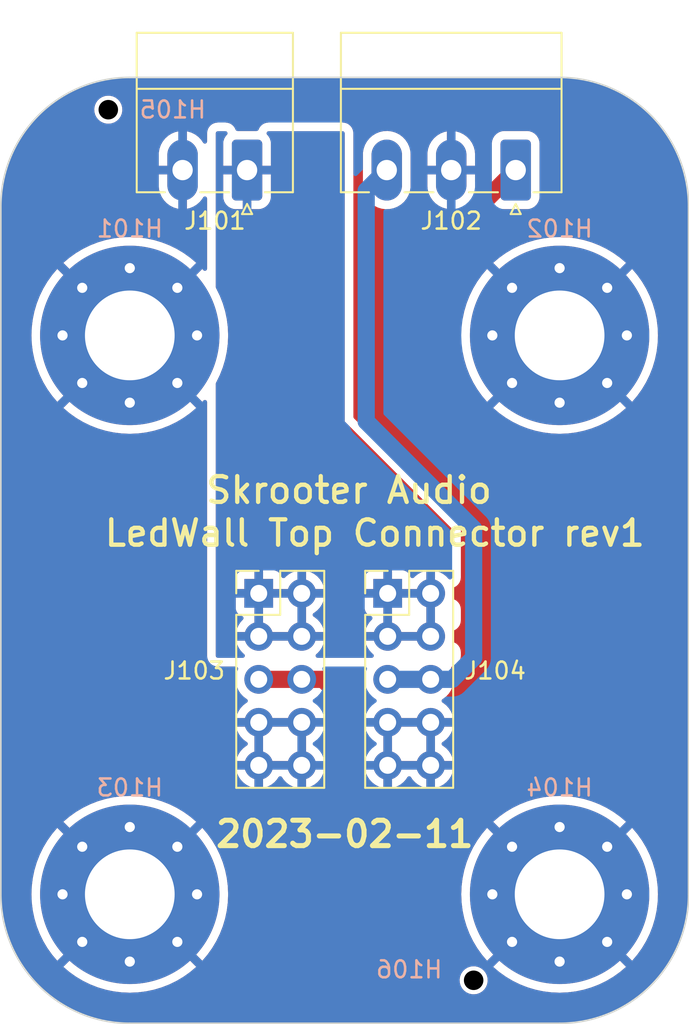
<source format=kicad_pcb>
(kicad_pcb (version 20221018) (generator pcbnew)
  (layers (0 "F.Cu" signal) (31 "B.Cu" signal) (34 "B.Paste" user) (35 "F.Paste" user) (36 "B.SilkS" user "B.Silkscreen") (37 "F.SilkS" user "F.Silkscreen") (38 "B.Mask" user) (39 "F.Mask" user) (44 "Edge.Cuts" user))
  (net 0 "")
  (net 1 "GND")
  (net 2 "VDC")
  (net 3 "/Data")
  (net 4 "/EN")
  (footprint "MountingHole:MountingHole_5.3mm_M5_Pad_Via" (layer "F.Cu") (at 153.67 124.46)
    (fp_text reference "H104" (at 0 -6.3) (layer "B.SilkS") (effects (justify mirror)))
    (fp_text value "MountingHole_Pad")
    (pad "1" thru_hole circle (at -3.975 0) (size 0.9 0.9) (drill 0.6) (layers "F&B.Cu" "*.Mask") (net 1 "GND"))
    (pad "1" thru_hole circle (at -2.810749 -2.810749) (size 0.9 0.9) (drill 0.6) (layers "F&B.Cu" "*.Mask") (net 1 "GND"))
    (pad "1" thru_hole circle (at -2.810749 2.810749) (size 0.9 0.9) (drill 0.6) (layers "F&B.Cu" "*.Mask") (net 1 "GND"))
    (pad "1" thru_hole circle (at 0 -3.975) (size 0.9 0.9) (drill 0.6) (layers "F&B.Cu" "*.Mask") (net 1 "GND"))
    (pad "1" thru_hole circle (at 0 0) (size 10.6 10.6) (drill 5.3) (layers "F&B.Cu" "*.Mask") (net 1 "GND"))
    (pad "1" thru_hole circle (at 0 3.975) (size 0.9 0.9) (drill 0.6) (layers "F&B.Cu" "*.Mask") (net 1 "GND"))
    (pad "1" thru_hole circle (at 2.810749 -2.810749) (size 0.9 0.9) (drill 0.6) (layers "F&B.Cu" "*.Mask") (net 1 "GND"))
    (pad "1" thru_hole circle (at 2.810749 2.810749) (size 0.9 0.9) (drill 0.6) (layers "F&B.Cu" "*.Mask") (net 1 "GND"))
    (pad "1" thru_hole circle (at 3.975 0) (size 0.9 0.9) (drill 0.6) (layers "F&B.Cu" "*.Mask") (net 1 "GND"))
  )
  (footprint "MountingHole:MountingHole_5.3mm_M5_Pad_Via" (layer "F.Cu") (at 128.27 91.44)
    (fp_text reference "H101" (at 0 -6.3) (layer "B.SilkS") (effects (justify mirror)))
    (fp_text value "MountingHole_Pad")
    (pad "1" thru_hole circle (at -3.975 0) (size 0.9 0.9) (drill 0.6) (layers "F&B.Cu" "*.Mask") (net 1 "GND"))
    (pad "1" thru_hole circle (at -2.810749 -2.810749) (size 0.9 0.9) (drill 0.6) (layers "F&B.Cu" "*.Mask") (net 1 "GND"))
    (pad "1" thru_hole circle (at -2.810749 2.810749) (size 0.9 0.9) (drill 0.6) (layers "F&B.Cu" "*.Mask") (net 1 "GND"))
    (pad "1" thru_hole circle (at 0 -3.975) (size 0.9 0.9) (drill 0.6) (layers "F&B.Cu" "*.Mask") (net 1 "GND"))
    (pad "1" thru_hole circle (at 0 0) (size 10.6 10.6) (drill 5.3) (layers "F&B.Cu" "*.Mask") (net 1 "GND"))
    (pad "1" thru_hole circle (at 0 3.975) (size 0.9 0.9) (drill 0.6) (layers "F&B.Cu" "*.Mask") (net 1 "GND"))
    (pad "1" thru_hole circle (at 2.810749 -2.810749) (size 0.9 0.9) (drill 0.6) (layers "F&B.Cu" "*.Mask") (net 1 "GND"))
    (pad "1" thru_hole circle (at 2.810749 2.810749) (size 0.9 0.9) (drill 0.6) (layers "F&B.Cu" "*.Mask") (net 1 "GND"))
    (pad "1" thru_hole circle (at 3.975 0) (size 0.9 0.9) (drill 0.6) (layers "F&B.Cu" "*.Mask") (net 1 "GND"))
  )
  (footprint "Connector_Phoenix_MC:PhoenixContact_MC_1,5_2-G-3.81_1x02_P3.81mm_Horizontal" (layer "F.Cu") (at 135.2 81.6725 180)
    (fp_text reference "J101" (at 1.9 -3) (layer "F.SilkS"))
    (fp_text value "Conn_01x02")
    (fp_line (start -2.71 -1.31) (end -2.71 8.11) (stroke (width 0.12)) (layer "F.SilkS"))
    (fp_line (start -2.71 -1.31) (end -1.05 -1.31) (stroke (width 0.12)) (layer "F.SilkS"))
    (fp_line (start -2.71 4.8) (end 6.52 4.8) (stroke (width 0.12)) (layer "F.SilkS"))
    (fp_line (start -2.71 8.11) (end 6.52 8.11) (stroke (width 0.12)) (layer "F.SilkS"))
    (fp_line (start -0.3 -2.6) (end 0.3 -2.6) (stroke (width 0.12)) (layer "F.SilkS"))
    (fp_line (start 0 -2) (end -0.3 -2.6) (stroke (width 0.12)) (layer "F.SilkS"))
    (fp_line (start 0.3 -2.6) (end 0 -2) (stroke (width 0.12)) (layer "F.SilkS"))
    (fp_line (start 1.05 -1.31) (end 2.76 -1.31) (stroke (width 0.12)) (layer "F.SilkS"))
    (fp_line (start 6.52 -1.31) (end 4.86 -1.31) (stroke (width 0.12)) (layer "F.SilkS"))
    (fp_line (start 6.52 8.11) (end 6.52 -1.31) (stroke (width 0.12)) (layer "F.SilkS"))
    (pad "1" thru_hole roundrect (at 0 0 180) (size 1.8 3.6) (drill 1.2) (layers "*.Cu" "*.Mask") (roundrect_rratio 0.1388888889) (net 2 "VDC"))
    (pad "2" thru_hole oval (at 3.81 0 180) (size 1.8 3.6) (drill 1.2) (layers "*.Cu" "*.Mask") (net 1 "GND"))
  )
  (footprint "JLC:JLC_toolinghole" (layer "F.Cu") (at 148.59 129.54)
    (fp_text reference "H106" (at -3.81 -0.635 unlocked) (layer "B.SilkS") (effects (justify mirror)))
    (fp_text value "ToolingHole")
    (pad "" np_thru_hole circle (at 0 0) (size 1.3 1.3) (drill 1.152) (layers "*.Mask"))
  )
  (footprint "Connector_Phoenix_MC:PhoenixContact_MC_1,5_3-G-3.81_1x03_P3.81mm_Horizontal" (layer "F.Cu") (at 151.075 81.6725 180)
    (fp_text reference "J102" (at 3.81 -3) (layer "F.SilkS"))
    (fp_text value "Conn_01x03")
    (fp_line (start -2.71 -1.31) (end -2.71 8.11) (stroke (width 0.12)) (layer "F.SilkS"))
    (fp_line (start -2.71 -1.31) (end -1.05 -1.31) (stroke (width 0.12)) (layer "F.SilkS"))
    (fp_line (start -2.71 4.8) (end 10.33 4.8) (stroke (width 0.12)) (layer "F.SilkS"))
    (fp_line (start -2.71 8.11) (end 10.33 8.11) (stroke (width 0.12)) (layer "F.SilkS"))
    (fp_line (start -0.3 -2.6) (end 0.3 -2.6) (stroke (width 0.12)) (layer "F.SilkS"))
    (fp_line (start 0 -2) (end -0.3 -2.6) (stroke (width 0.12)) (layer "F.SilkS"))
    (fp_line (start 0.3 -2.6) (end 0 -2) (stroke (width 0.12)) (layer "F.SilkS"))
    (fp_line (start 1.05 -1.31) (end 2.76 -1.31) (stroke (width 0.12)) (layer "F.SilkS"))
    (fp_line (start 4.86 -1.31) (end 6.57 -1.31) (stroke (width 0.12)) (layer "F.SilkS"))
    (fp_line (start 10.33 -1.31) (end 8.67 -1.31) (stroke (width 0.12)) (layer "F.SilkS"))
    (fp_line (start 10.33 8.11) (end 10.33 -1.31) (stroke (width 0.12)) (layer "F.SilkS"))
    (pad "1" thru_hole roundrect (at 0 0 180) (size 1.8 3.6) (drill 1.2) (layers "*.Cu" "*.Mask") (roundrect_rratio 0.1388888889) (net 3 "/Data"))
    (pad "2" thru_hole oval (at 3.81 0 180) (size 1.8 3.6) (drill 1.2) (layers "*.Cu" "*.Mask") (net 1 "GND"))
    (pad "3" thru_hole oval (at 7.62 0 180) (size 1.8 3.6) (drill 1.2) (layers "*.Cu" "*.Mask") (net 4 "/EN"))
  )
  (footprint "Connector_PinHeader_2.54mm:PinHeader_2x05_P2.54mm_Vertical" (layer "F.Cu") (at 135.89 106.68)
    (fp_text reference "J103" (at -3.81 4.572) (layer "F.SilkS"))
    (fp_text value "Conn_02x05_Odd_Even")
    (fp_line (start -1.33 -1.33) (end 0 -1.33) (stroke (width 0.12)) (layer "F.SilkS"))
    (fp_line (start -1.33 0) (end -1.33 -1.33) (stroke (width 0.12)) (layer "F.SilkS"))
    (fp_line (start -1.33 1.27) (end -1.33 11.49) (stroke (width 0.12)) (layer "F.SilkS"))
    (fp_line (start -1.33 1.27) (end 1.27 1.27) (stroke (width 0.12)) (layer "F.SilkS"))
    (fp_line (start -1.33 11.49) (end 3.87 11.49) (stroke (width 0.12)) (layer "F.SilkS"))
    (fp_line (start 1.27 -1.33) (end 3.87 -1.33) (stroke (width 0.12)) (layer "F.SilkS"))
    (fp_line (start 1.27 1.27) (end 1.27 -1.33) (stroke (width 0.12)) (layer "F.SilkS"))
    (fp_line (start 3.87 -1.33) (end 3.87 11.49) (stroke (width 0.12)) (layer "F.SilkS"))
    (pad "1" thru_hole rect (at 0 0) (size 1.7 1.7) (drill 1) (layers "F&B.Cu" "*.Mask") (net 2 "VDC"))
    (pad "2" thru_hole oval (at 2.54 0) (size 1.7 1.7) (drill 1) (layers "F&B.Cu" "*.Mask") (net 2 "VDC"))
    (pad "3" thru_hole oval (at 0 2.54) (size 1.7 1.7) (drill 1) (layers "F&B.Cu" "*.Mask") (net 2 "VDC"))
    (pad "4" thru_hole oval (at 2.54 2.54) (size 1.7 1.7) (drill 1) (layers "F&B.Cu" "*.Mask") (net 2 "VDC"))
    (pad "5" thru_hole oval (at 0 5.08) (size 1.7 1.7) (drill 1) (layers "F&B.Cu" "*.Mask") (net 3 "/Data"))
    (pad "6" thru_hole oval (at 2.54 5.08) (size 1.7 1.7) (drill 1) (layers "F&B.Cu" "*.Mask") (net 3 "/Data"))
    (pad "7" thru_hole oval (at 0 7.62) (size 1.7 1.7) (drill 1) (layers "F&B.Cu" "*.Mask") (net 1 "GND"))
    (pad "8" thru_hole oval (at 2.54 7.62) (size 1.7 1.7) (drill 1) (layers "F&B.Cu" "*.Mask") (net 1 "GND"))
    (pad "9" thru_hole oval (at 0 10.16) (size 1.7 1.7) (drill 1) (layers "F&B.Cu" "*.Mask") (net 1 "GND"))
    (pad "10" thru_hole oval (at 2.54 10.16) (size 1.7 1.7) (drill 1) (layers "F&B.Cu" "*.Mask") (net 1 "GND"))
  )
  (footprint "Connector_PinHeader_2.54mm:PinHeader_2x05_P2.54mm_Vertical" (layer "F.Cu") (at 143.51 106.68)
    (fp_text reference "J104" (at 6.35 4.572) (layer "F.SilkS"))
    (fp_text value "Conn_02x05_Odd_Even")
    (fp_line (start -1.33 -1.33) (end 0 -1.33) (stroke (width 0.12)) (layer "F.SilkS"))
    (fp_line (start -1.33 0) (end -1.33 -1.33) (stroke (width 0.12)) (layer "F.SilkS"))
    (fp_line (start -1.33 1.27) (end -1.33 11.49) (stroke (width 0.12)) (layer "F.SilkS"))
    (fp_line (start -1.33 1.27) (end 1.27 1.27) (stroke (width 0.12)) (layer "F.SilkS"))
    (fp_line (start -1.33 11.49) (end 3.87 11.49) (stroke (width 0.12)) (layer "F.SilkS"))
    (fp_line (start 1.27 -1.33) (end 3.87 -1.33) (stroke (width 0.12)) (layer "F.SilkS"))
    (fp_line (start 1.27 1.27) (end 1.27 -1.33) (stroke (width 0.12)) (layer "F.SilkS"))
    (fp_line (start 3.87 -1.33) (end 3.87 11.49) (stroke (width 0.12)) (layer "F.SilkS"))
    (pad "1" thru_hole rect (at 0 0) (size 1.7 1.7) (drill 1) (layers "F&B.Cu" "*.Mask") (net 2 "VDC"))
    (pad "2" thru_hole oval (at 2.54 0) (size 1.7 1.7) (drill 1) (layers "F&B.Cu" "*.Mask") (net 2 "VDC"))
    (pad "3" thru_hole oval (at 0 2.54) (size 1.7 1.7) (drill 1) (layers "F&B.Cu" "*.Mask") (net 2 "VDC"))
    (pad "4" thru_hole oval (at 2.54 2.54) (size 1.7 1.7) (drill 1) (layers "F&B.Cu" "*.Mask") (net 2 "VDC"))
    (pad "5" thru_hole oval (at 0 5.08) (size 1.7 1.7) (drill 1) (layers "F&B.Cu" "*.Mask") (net 4 "/EN"))
    (pad "6" thru_hole oval (at 2.54 5.08) (size 1.7 1.7) (drill 1) (layers "F&B.Cu" "*.Mask") (net 4 "/EN"))
    (pad "7" thru_hole oval (at 0 7.62) (size 1.7 1.7) (drill 1) (layers "F&B.Cu" "*.Mask") (net 1 "GND"))
    (pad "8" thru_hole oval (at 2.54 7.62) (size 1.7 1.7) (drill 1) (layers "F&B.Cu" "*.Mask") (net 1 "GND"))
    (pad "9" thru_hole oval (at 0 10.16) (size 1.7 1.7) (drill 1) (layers "F&B.Cu" "*.Mask") (net 1 "GND"))
    (pad "10" thru_hole oval (at 2.54 10.16) (size 1.7 1.7) (drill 1) (layers "F&B.Cu" "*.Mask") (net 1 "GND"))
  )
  (footprint "MountingHole:MountingHole_5.3mm_M5_Pad_Via" (layer "F.Cu") (at 128.27 124.46)
    (fp_text reference "H103" (at 0 -6.3) (layer "B.SilkS") (effects (justify mirror)))
    (fp_text value "MountingHole_Pad")
    (pad "1" thru_hole circle (at -3.975 0) (size 0.9 0.9) (drill 0.6) (layers "F&B.Cu" "*.Mask") (net 1 "GND"))
    (pad "1" thru_hole circle (at -2.810749 -2.810749) (size 0.9 0.9) (drill 0.6) (layers "F&B.Cu" "*.Mask") (net 1 "GND"))
    (pad "1" thru_hole circle (at -2.810749 2.810749) (size 0.9 0.9) (drill 0.6) (layers "F&B.Cu" "*.Mask") (net 1 "GND"))
    (pad "1" thru_hole circle (at 0 -3.975) (size 0.9 0.9) (drill 0.6) (layers "F&B.Cu" "*.Mask") (net 1 "GND"))
    (pad "1" thru_hole circle (at 0 0) (size 10.6 10.6) (drill 5.3) (layers "F&B.Cu" "*.Mask") (net 1 "GND"))
    (pad "1" thru_hole circle (at 0 3.975) (size 0.9 0.9) (drill 0.6) (layers "F&B.Cu" "*.Mask") (net 1 "GND"))
    (pad "1" thru_hole circle (at 2.810749 -2.810749) (size 0.9 0.9) (drill 0.6) (layers "F&B.Cu" "*.Mask") (net 1 "GND"))
    (pad "1" thru_hole circle (at 2.810749 2.810749) (size 0.9 0.9) (drill 0.6) (layers "F&B.Cu" "*.Mask") (net 1 "GND"))
    (pad "1" thru_hole circle (at 3.975 0) (size 0.9 0.9) (drill 0.6) (layers "F&B.Cu" "*.Mask") (net 1 "GND"))
  )
  (footprint "MountingHole:MountingHole_5.3mm_M5_Pad_Via" (layer "F.Cu") (at 153.67 91.44)
    (fp_text reference "H102" (at 0 -6.3) (layer "B.SilkS") (effects (justify mirror)))
    (fp_text value "MountingHole_Pad")
    (pad "1" thru_hole circle (at -3.975 0) (size 0.9 0.9) (drill 0.6) (layers "F&B.Cu" "*.Mask") (net 1 "GND"))
    (pad "1" thru_hole circle (at -2.810749 -2.810749) (size 0.9 0.9) (drill 0.6) (layers "F&B.Cu" "*.Mask") (net 1 "GND"))
    (pad "1" thru_hole circle (at -2.810749 2.810749) (size 0.9 0.9) (drill 0.6) (layers "F&B.Cu" "*.Mask") (net 1 "GND"))
    (pad "1" thru_hole circle (at 0 -3.975) (size 0.9 0.9) (drill 0.6) (layers "F&B.Cu" "*.Mask") (net 1 "GND"))
    (pad "1" thru_hole circle (at 0 0) (size 10.6 10.6) (drill 5.3) (layers "F&B.Cu" "*.Mask") (net 1 "GND"))
    (pad "1" thru_hole circle (at 0 3.975) (size 0.9 0.9) (drill 0.6) (layers "F&B.Cu" "*.Mask") (net 1 "GND"))
    (pad "1" thru_hole circle (at 2.810749 -2.810749) (size 0.9 0.9) (drill 0.6) (layers "F&B.Cu" "*.Mask") (net 1 "GND"))
    (pad "1" thru_hole circle (at 2.810749 2.810749) (size 0.9 0.9) (drill 0.6) (layers "F&B.Cu" "*.Mask") (net 1 "GND"))
    (pad "1" thru_hole circle (at 3.975 0) (size 0.9 0.9) (drill 0.6) (layers "F&B.Cu" "*.Mask") (net 1 "GND"))
  )
  (footprint "JLC:JLC_toolinghole" (layer "F.Cu") (at 127 78.105)
    (fp_text reference "H105" (at 3.81 0 unlocked) (layer "B.SilkS") (effects (justify mirror)))
    (fp_text value "ToolingHole")
    (pad "" np_thru_hole circle (at 0 0) (size 1.3 1.3) (drill 1.152) (layers "*.Mask"))
  )
  (gr_line (start 161.29 124.46) (end 161.29 83.82) (stroke (width 0.1)) (layer "Edge.Cuts"))
  (gr_line (start 153.67 76.2) (end 128.27 76.2) (stroke (width 0.1)) (layer "Edge.Cuts"))
  (gr_arc (start 153.67 76.2) (mid 159.058154 78.431846) (end 161.29 83.82) (stroke (width 0.1)) (layer "Edge.Cuts"))
  (gr_arc (start 161.29 124.46) (mid 159.058154 129.848154) (end 153.67 132.08) (stroke (width 0.1)) (layer "Edge.Cuts"))
  (gr_line (start 120.65 124.46) (end 120.65 83.82) (stroke (width 0.1)) (layer "Edge.Cuts"))
  (gr_line (start 128.27 132.08) (end 153.67 132.08) (stroke (width 0.1)) (layer "Edge.Cuts"))
  (gr_arc (start 120.65 83.82) (mid 122.881846 78.431846) (end 128.27 76.2) (stroke (width 0.1)) (layer "Edge.Cuts"))
  (gr_arc (start 128.27 132.08) (mid 122.881846 129.848154) (end 120.65 124.46) (stroke (width 0.1)) (layer "Edge.Cuts"))
  (gr_text "2023-02-11" (at 140.97 120.904) (layer "F.SilkS") (effects (font (size 1.5 1.5) (thickness 0.3))))
  (gr_text "Skrooter Audio" (at 141.224 100.584) (layer "F.SilkS") (effects (font (size 1.524 1.524) (thickness 0.254))))
  (gr_text "LedWall Top Connector rev1" (at 142.748 103.124) (layer "F.SilkS") (effects (font (size 1.5 1.5) (thickness 0.254))))
  (segment (start 152.4 114.935) (end 152.4 103.505) (width 1.016) (layer "F.Cu") (net 3))
  (segment (start 152.4 103.505) (end 146.685 97.79) (width 1.016) (layer "F.Cu") (net 3))
  (segment (start 140.97 113.03) (end 140.97 118.745) (width 1.016) (layer "F.Cu") (net 3))
  (segment (start 140.97 118.745) (end 142.875 120.65) (width 1.016) (layer "F.Cu") (net 3))
  (segment (start 138.43 111.76) (end 139.7 111.76) (width 1.016) (layer "F.Cu") (net 3))
  (segment (start 142.875 120.65) (end 146.685 120.65) (width 1.016) (layer "F.Cu") (net 3))
  (segment (start 146.685 86.0625) (end 151.075 81.6725) (width 1.016) (layer "F.Cu") (net 3))
  (segment (start 146.685 97.79) (end 146.685 86.0625) (width 1.016) (layer "F.Cu") (net 3))
  (segment (start 139.7 111.76) (end 140.97 113.03) (width 1.016) (layer "F.Cu") (net 3))
  (segment (start 146.685 120.65) (end 152.4 114.935) (width 1.016) (layer "F.Cu") (net 3))
  (segment (start 138.43 111.76) (end 135.89 111.76) (width 1.016) (layer "F.Cu") (net 3))
  (segment (start 142.24 96.52) (end 142.24 82.8875) (width 1.016) (layer "B.Cu") (net 4))
  (segment (start 148.59 110.49) (end 148.59 102.87) (width 1.016) (layer "B.Cu") (net 4))
  (segment (start 148.59 102.87) (end 142.24 96.52) (width 1.016) (layer "B.Cu") (net 4))
  (segment (start 146.05 111.76) (end 143.51 111.76) (width 1.016) (layer "B.Cu") (net 4))
  (segment (start 146.05 111.76) (end 147.32 111.76) (width 1.016) (layer "B.Cu") (net 4))
  (segment (start 147.32 111.76) (end 148.59 110.49) (width 1.016) (layer "B.Cu") (net 4))
  (segment (start 142.24 82.8875) (end 143.455 81.6725) (width 1.016) (layer "B.Cu") (net 4))
  (zone (net 1) (net_name "GND") (layers "F&B.Cu") (priority 4) (connect_pads (clearance 0.508)) (min_thickness 0.254) (fill yes (thermal_gap 0.508) (thermal_bridge_width 0.508))
    (polygon (pts (xy 161.29 132.08) (xy 120.65 132.08) (xy 120.65 76.2) (xy 161.29 76.2)))
  )
  (zone (net 2) (net_name "VDC") (layers "F&B.Cu") (priority 10) (connect_pads (clearance 0.508)) (min_thickness 0.254) (fill yes (thermal_gap 0.508) (thermal_bridge_width 0.508))
    (polygon (pts (xy 147.32 102.87) (xy 147.32 110.49) (xy 133.35 110.49) (xy 133.35 79.375) (xy 140.97 79.375) (xy 140.97 86.36) (xy 140.97 96.52)))
  )
)
</source>
